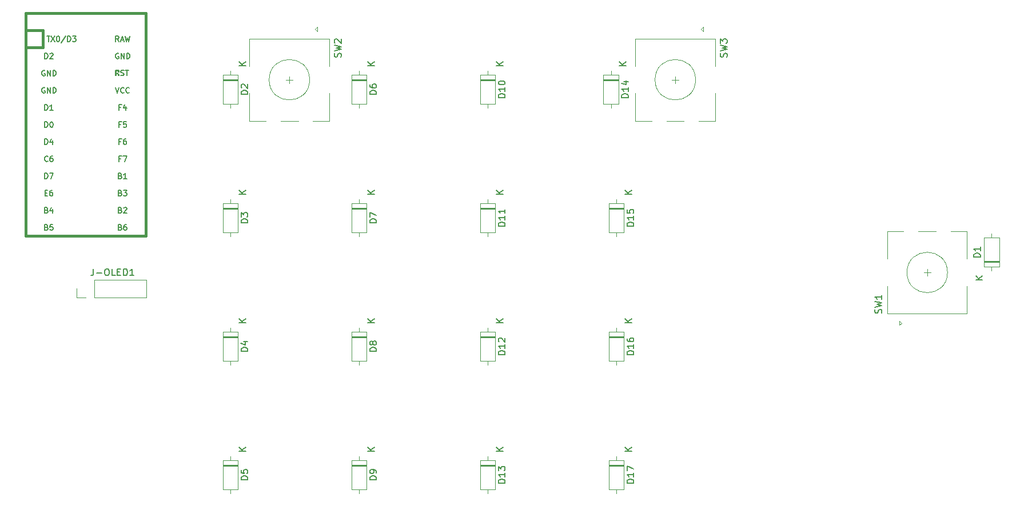
<source format=gto>
%TF.GenerationSoftware,KiCad,Pcbnew,(5.1.9)-1*%
%TF.CreationDate,2021-04-16T17:12:59+08:00*%
%TF.ProjectId,Retrograde Pad 2,52657472-6f67-4726-9164-652050616420,rev?*%
%TF.SameCoordinates,Original*%
%TF.FileFunction,Legend,Top*%
%TF.FilePolarity,Positive*%
%FSLAX46Y46*%
G04 Gerber Fmt 4.6, Leading zero omitted, Abs format (unit mm)*
G04 Created by KiCad (PCBNEW (5.1.9)-1) date 2021-04-16 17:12:59*
%MOMM*%
%LPD*%
G01*
G04 APERTURE LIST*
%ADD10C,0.120000*%
%ADD11C,0.381000*%
%ADD12C,0.150000*%
G04 APERTURE END LIST*
D10*
%TO.C,SW2*%
X65706250Y-30162500D02*
G75*
G03*
X65706250Y-30162500I-3000000J0D01*
G01*
X68606250Y-32162500D02*
X68606250Y-36262500D01*
X56806250Y-36262500D02*
X56806250Y-32162500D01*
X56806250Y-28162500D02*
X56806250Y-24062500D01*
X68606250Y-28162500D02*
X68606250Y-24062500D01*
X68606250Y-24062500D02*
X56806250Y-24062500D01*
X66506250Y-22662500D02*
X66806250Y-22362500D01*
X66806250Y-22362500D02*
X66806250Y-22962500D01*
X66806250Y-22962500D02*
X66506250Y-22662500D01*
X68606250Y-36262500D02*
X66206250Y-36262500D01*
X64006250Y-36262500D02*
X61406250Y-36262500D01*
X59206250Y-36262500D02*
X56806250Y-36262500D01*
X63206250Y-30162500D02*
X62206250Y-30162500D01*
X62706250Y-29662500D02*
X62706250Y-30662500D01*
%TO.C,SW3*%
X119855750Y-29662500D02*
X119855750Y-30662500D01*
X120355750Y-30162500D02*
X119355750Y-30162500D01*
X116355750Y-36262500D02*
X113955750Y-36262500D01*
X121155750Y-36262500D02*
X118555750Y-36262500D01*
X125755750Y-36262500D02*
X123355750Y-36262500D01*
X123955750Y-22962500D02*
X123655750Y-22662500D01*
X123955750Y-22362500D02*
X123955750Y-22962500D01*
X123655750Y-22662500D02*
X123955750Y-22362500D01*
X125755750Y-24062500D02*
X113955750Y-24062500D01*
X125755750Y-28162500D02*
X125755750Y-24062500D01*
X113955750Y-28162500D02*
X113955750Y-24062500D01*
X113955750Y-36262500D02*
X113955750Y-32162500D01*
X125755750Y-32162500D02*
X125755750Y-36262500D01*
X122855750Y-30162500D02*
G75*
G03*
X122855750Y-30162500I-3000000J0D01*
G01*
%TO.C,SW1*%
X157162750Y-59237500D02*
X157162750Y-58237500D01*
X156662750Y-58737500D02*
X157662750Y-58737500D01*
X160662750Y-52637500D02*
X163062750Y-52637500D01*
X155862750Y-52637500D02*
X158462750Y-52637500D01*
X151262750Y-52637500D02*
X153662750Y-52637500D01*
X153062750Y-65937500D02*
X153362750Y-66237500D01*
X153062750Y-66537500D02*
X153062750Y-65937500D01*
X153362750Y-66237500D02*
X153062750Y-66537500D01*
X151262750Y-64837500D02*
X163062750Y-64837500D01*
X151262750Y-60737500D02*
X151262750Y-64837500D01*
X163062750Y-60737500D02*
X163062750Y-64837500D01*
X163062750Y-52637500D02*
X163062750Y-56737500D01*
X151262750Y-56737500D02*
X151262750Y-52637500D01*
X160162750Y-58737500D02*
G75*
G03*
X160162750Y-58737500I-3000000J0D01*
G01*
D11*
%TO.C,U1*%
X23653750Y-22860000D02*
X23653750Y-53340000D01*
X23653750Y-53340000D02*
X41433750Y-53340000D01*
X41433750Y-53340000D02*
X41433750Y-22860000D01*
X26193750Y-22860000D02*
X26193750Y-25400000D01*
X26193750Y-25400000D02*
X23653750Y-25400000D01*
D12*
G36*
X37475318Y-28739360D02*
G01*
X37475318Y-29039360D01*
X37375318Y-29039360D01*
X37375318Y-28739360D01*
X37475318Y-28739360D01*
G37*
X37475318Y-28739360D02*
X37475318Y-29039360D01*
X37375318Y-29039360D01*
X37375318Y-28739360D01*
X37475318Y-28739360D01*
G36*
X37275318Y-29139360D02*
G01*
X37275318Y-29239360D01*
X37175318Y-29239360D01*
X37175318Y-29139360D01*
X37275318Y-29139360D01*
G37*
X37275318Y-29139360D02*
X37275318Y-29239360D01*
X37175318Y-29239360D01*
X37175318Y-29139360D01*
X37275318Y-29139360D01*
G36*
X37475318Y-28739360D02*
G01*
X37475318Y-28839360D01*
X36975318Y-28839360D01*
X36975318Y-28739360D01*
X37475318Y-28739360D01*
G37*
X37475318Y-28739360D02*
X37475318Y-28839360D01*
X36975318Y-28839360D01*
X36975318Y-28739360D01*
X37475318Y-28739360D01*
G36*
X37075318Y-28739360D02*
G01*
X37075318Y-29539360D01*
X36975318Y-29539360D01*
X36975318Y-28739360D01*
X37075318Y-28739360D01*
G37*
X37075318Y-28739360D02*
X37075318Y-29539360D01*
X36975318Y-29539360D01*
X36975318Y-28739360D01*
X37075318Y-28739360D01*
G36*
X37475318Y-29339360D02*
G01*
X37475318Y-29539360D01*
X37375318Y-29539360D01*
X37375318Y-29339360D01*
X37475318Y-29339360D01*
G37*
X37475318Y-29339360D02*
X37475318Y-29539360D01*
X37375318Y-29539360D01*
X37375318Y-29339360D01*
X37475318Y-29339360D01*
D11*
X41433750Y-22860000D02*
X41433750Y-20320000D01*
X41433750Y-20320000D02*
X23653750Y-20320000D01*
X23653750Y-20320000D02*
X23653750Y-22860000D01*
X26193750Y-22860000D02*
X23653750Y-22860000D01*
D10*
%TO.C,J-OLED1*%
X41493750Y-62448800D02*
X41493750Y-59788800D01*
X33813750Y-62448800D02*
X41493750Y-62448800D01*
X33813750Y-59788800D02*
X41493750Y-59788800D01*
X33813750Y-62448800D02*
X33813750Y-59788800D01*
X32543750Y-62448800D02*
X31213750Y-62448800D01*
X31213750Y-62448800D02*
X31213750Y-61118800D01*
%TO.C,D1*%
X165567750Y-57241200D02*
X167807750Y-57241200D01*
X165567750Y-57001200D02*
X167807750Y-57001200D01*
X165567750Y-57121200D02*
X167807750Y-57121200D01*
X166687750Y-52951200D02*
X166687750Y-53601200D01*
X166687750Y-58491200D02*
X166687750Y-57841200D01*
X165567750Y-53601200D02*
X165567750Y-57841200D01*
X167807750Y-53601200D02*
X165567750Y-53601200D01*
X167807750Y-57841200D02*
X167807750Y-53601200D01*
X165567750Y-57841200D02*
X167807750Y-57841200D01*
%TO.C,D2*%
X55094950Y-29471200D02*
X52854950Y-29471200D01*
X52854950Y-29471200D02*
X52854950Y-33711200D01*
X52854950Y-33711200D02*
X55094950Y-33711200D01*
X55094950Y-33711200D02*
X55094950Y-29471200D01*
X53974950Y-28821200D02*
X53974950Y-29471200D01*
X53974950Y-34361200D02*
X53974950Y-33711200D01*
X55094950Y-30191200D02*
X52854950Y-30191200D01*
X55094950Y-30311200D02*
X52854950Y-30311200D01*
X55094950Y-30071200D02*
X52854950Y-30071200D01*
%TO.C,D3*%
X55094950Y-48521200D02*
X52854950Y-48521200D01*
X52854950Y-48521200D02*
X52854950Y-52761200D01*
X52854950Y-52761200D02*
X55094950Y-52761200D01*
X55094950Y-52761200D02*
X55094950Y-48521200D01*
X53974950Y-47871200D02*
X53974950Y-48521200D01*
X53974950Y-53411200D02*
X53974950Y-52761200D01*
X55094950Y-49241200D02*
X52854950Y-49241200D01*
X55094950Y-49361200D02*
X52854950Y-49361200D01*
X55094950Y-49121200D02*
X52854950Y-49121200D01*
%TO.C,D4*%
X55094950Y-68171200D02*
X52854950Y-68171200D01*
X55094950Y-68411200D02*
X52854950Y-68411200D01*
X55094950Y-68291200D02*
X52854950Y-68291200D01*
X53974950Y-72461200D02*
X53974950Y-71811200D01*
X53974950Y-66921200D02*
X53974950Y-67571200D01*
X55094950Y-71811200D02*
X55094950Y-67571200D01*
X52854950Y-71811200D02*
X55094950Y-71811200D01*
X52854950Y-67571200D02*
X52854950Y-71811200D01*
X55094950Y-67571200D02*
X52854950Y-67571200D01*
%TO.C,D5*%
X55094950Y-87221000D02*
X52854950Y-87221000D01*
X55094950Y-87461000D02*
X52854950Y-87461000D01*
X55094950Y-87341000D02*
X52854950Y-87341000D01*
X53974950Y-91511000D02*
X53974950Y-90861000D01*
X53974950Y-85971000D02*
X53974950Y-86621000D01*
X55094950Y-90861000D02*
X55094950Y-86621000D01*
X52854950Y-90861000D02*
X55094950Y-90861000D01*
X52854950Y-86621000D02*
X52854950Y-90861000D01*
X55094950Y-86621000D02*
X52854950Y-86621000D01*
%TO.C,D6*%
X74144750Y-30071200D02*
X71904750Y-30071200D01*
X74144750Y-30311200D02*
X71904750Y-30311200D01*
X74144750Y-30191200D02*
X71904750Y-30191200D01*
X73024750Y-34361200D02*
X73024750Y-33711200D01*
X73024750Y-28821200D02*
X73024750Y-29471200D01*
X74144750Y-33711200D02*
X74144750Y-29471200D01*
X71904750Y-33711200D02*
X74144750Y-33711200D01*
X71904750Y-29471200D02*
X71904750Y-33711200D01*
X74144750Y-29471200D02*
X71904750Y-29471200D01*
%TO.C,D7*%
X74144750Y-49121200D02*
X71904750Y-49121200D01*
X74144750Y-49361200D02*
X71904750Y-49361200D01*
X74144750Y-49241200D02*
X71904750Y-49241200D01*
X73024750Y-53411200D02*
X73024750Y-52761200D01*
X73024750Y-47871200D02*
X73024750Y-48521200D01*
X74144750Y-52761200D02*
X74144750Y-48521200D01*
X71904750Y-52761200D02*
X74144750Y-52761200D01*
X71904750Y-48521200D02*
X71904750Y-52761200D01*
X74144750Y-48521200D02*
X71904750Y-48521200D01*
%TO.C,D8*%
X74144750Y-67571200D02*
X71904750Y-67571200D01*
X71904750Y-67571200D02*
X71904750Y-71811200D01*
X71904750Y-71811200D02*
X74144750Y-71811200D01*
X74144750Y-71811200D02*
X74144750Y-67571200D01*
X73024750Y-66921200D02*
X73024750Y-67571200D01*
X73024750Y-72461200D02*
X73024750Y-71811200D01*
X74144750Y-68291200D02*
X71904750Y-68291200D01*
X74144750Y-68411200D02*
X71904750Y-68411200D01*
X74144750Y-68171200D02*
X71904750Y-68171200D01*
%TO.C,D9*%
X74144750Y-86621000D02*
X71904750Y-86621000D01*
X71904750Y-86621000D02*
X71904750Y-90861000D01*
X71904750Y-90861000D02*
X74144750Y-90861000D01*
X74144750Y-90861000D02*
X74144750Y-86621000D01*
X73024750Y-85971000D02*
X73024750Y-86621000D01*
X73024750Y-91511000D02*
X73024750Y-90861000D01*
X74144750Y-87341000D02*
X71904750Y-87341000D01*
X74144750Y-87461000D02*
X71904750Y-87461000D01*
X74144750Y-87221000D02*
X71904750Y-87221000D01*
%TO.C,D10*%
X93194750Y-29471200D02*
X90954750Y-29471200D01*
X90954750Y-29471200D02*
X90954750Y-33711200D01*
X90954750Y-33711200D02*
X93194750Y-33711200D01*
X93194750Y-33711200D02*
X93194750Y-29471200D01*
X92074750Y-28821200D02*
X92074750Y-29471200D01*
X92074750Y-34361200D02*
X92074750Y-33711200D01*
X93194750Y-30191200D02*
X90954750Y-30191200D01*
X93194750Y-30311200D02*
X90954750Y-30311200D01*
X93194750Y-30071200D02*
X90954750Y-30071200D01*
%TO.C,D11*%
X93194750Y-48521200D02*
X90954750Y-48521200D01*
X90954750Y-48521200D02*
X90954750Y-52761200D01*
X90954750Y-52761200D02*
X93194750Y-52761200D01*
X93194750Y-52761200D02*
X93194750Y-48521200D01*
X92074750Y-47871200D02*
X92074750Y-48521200D01*
X92074750Y-53411200D02*
X92074750Y-52761200D01*
X93194750Y-49241200D02*
X90954750Y-49241200D01*
X93194750Y-49361200D02*
X90954750Y-49361200D01*
X93194750Y-49121200D02*
X90954750Y-49121200D01*
%TO.C,D12*%
X93194750Y-68171200D02*
X90954750Y-68171200D01*
X93194750Y-68411200D02*
X90954750Y-68411200D01*
X93194750Y-68291200D02*
X90954750Y-68291200D01*
X92074750Y-72461200D02*
X92074750Y-71811200D01*
X92074750Y-66921200D02*
X92074750Y-67571200D01*
X93194750Y-71811200D02*
X93194750Y-67571200D01*
X90954750Y-71811200D02*
X93194750Y-71811200D01*
X90954750Y-67571200D02*
X90954750Y-71811200D01*
X93194750Y-67571200D02*
X90954750Y-67571200D01*
%TO.C,D13*%
X93194750Y-87221000D02*
X90954750Y-87221000D01*
X93194750Y-87461000D02*
X90954750Y-87461000D01*
X93194750Y-87341000D02*
X90954750Y-87341000D01*
X92074750Y-91511000D02*
X92074750Y-90861000D01*
X92074750Y-85971000D02*
X92074750Y-86621000D01*
X93194750Y-90861000D02*
X93194750Y-86621000D01*
X90954750Y-90861000D02*
X93194750Y-90861000D01*
X90954750Y-86621000D02*
X90954750Y-90861000D01*
X93194750Y-86621000D02*
X90954750Y-86621000D01*
%TO.C,D14*%
X111451750Y-30071200D02*
X109211750Y-30071200D01*
X111451750Y-30311200D02*
X109211750Y-30311200D01*
X111451750Y-30191200D02*
X109211750Y-30191200D01*
X110331750Y-34361200D02*
X110331750Y-33711200D01*
X110331750Y-28821200D02*
X110331750Y-29471200D01*
X111451750Y-33711200D02*
X111451750Y-29471200D01*
X109211750Y-33711200D02*
X111451750Y-33711200D01*
X109211750Y-29471200D02*
X109211750Y-33711200D01*
X111451750Y-29471200D02*
X109211750Y-29471200D01*
%TO.C,D15*%
X112244750Y-48521200D02*
X110004750Y-48521200D01*
X110004750Y-48521200D02*
X110004750Y-52761200D01*
X110004750Y-52761200D02*
X112244750Y-52761200D01*
X112244750Y-52761200D02*
X112244750Y-48521200D01*
X111124750Y-47871200D02*
X111124750Y-48521200D01*
X111124750Y-53411200D02*
X111124750Y-52761200D01*
X112244750Y-49241200D02*
X110004750Y-49241200D01*
X112244750Y-49361200D02*
X110004750Y-49361200D01*
X112244750Y-49121200D02*
X110004750Y-49121200D01*
%TO.C,D16*%
X112244750Y-68171200D02*
X110004750Y-68171200D01*
X112244750Y-68411200D02*
X110004750Y-68411200D01*
X112244750Y-68291200D02*
X110004750Y-68291200D01*
X111124750Y-72461200D02*
X111124750Y-71811200D01*
X111124750Y-66921200D02*
X111124750Y-67571200D01*
X112244750Y-71811200D02*
X112244750Y-67571200D01*
X110004750Y-71811200D02*
X112244750Y-71811200D01*
X110004750Y-67571200D02*
X110004750Y-71811200D01*
X112244750Y-67571200D02*
X110004750Y-67571200D01*
%TO.C,D17*%
X112244750Y-86621000D02*
X110004750Y-86621000D01*
X110004750Y-86621000D02*
X110004750Y-90861000D01*
X110004750Y-90861000D02*
X112244750Y-90861000D01*
X112244750Y-90861000D02*
X112244750Y-86621000D01*
X111124750Y-85971000D02*
X111124750Y-86621000D01*
X111124750Y-91511000D02*
X111124750Y-90861000D01*
X112244750Y-87341000D02*
X110004750Y-87341000D01*
X112244750Y-87461000D02*
X110004750Y-87461000D01*
X112244750Y-87221000D02*
X110004750Y-87221000D01*
%TO.C,SW2*%
D12*
X70311011Y-26795833D02*
X70358630Y-26652976D01*
X70358630Y-26414880D01*
X70311011Y-26319642D01*
X70263392Y-26272023D01*
X70168154Y-26224404D01*
X70072916Y-26224404D01*
X69977678Y-26272023D01*
X69930059Y-26319642D01*
X69882440Y-26414880D01*
X69834821Y-26605357D01*
X69787202Y-26700595D01*
X69739583Y-26748214D01*
X69644345Y-26795833D01*
X69549107Y-26795833D01*
X69453869Y-26748214D01*
X69406250Y-26700595D01*
X69358630Y-26605357D01*
X69358630Y-26367261D01*
X69406250Y-26224404D01*
X69358630Y-25891071D02*
X70358630Y-25652976D01*
X69644345Y-25462500D01*
X70358630Y-25272023D01*
X69358630Y-25033928D01*
X69453869Y-24700595D02*
X69406250Y-24652976D01*
X69358630Y-24557738D01*
X69358630Y-24319642D01*
X69406250Y-24224404D01*
X69453869Y-24176785D01*
X69549107Y-24129166D01*
X69644345Y-24129166D01*
X69787202Y-24176785D01*
X70358630Y-24748214D01*
X70358630Y-24129166D01*
%TO.C,SW3*%
X127460511Y-26795833D02*
X127508130Y-26652976D01*
X127508130Y-26414880D01*
X127460511Y-26319642D01*
X127412892Y-26272023D01*
X127317654Y-26224404D01*
X127222416Y-26224404D01*
X127127178Y-26272023D01*
X127079559Y-26319642D01*
X127031940Y-26414880D01*
X126984321Y-26605357D01*
X126936702Y-26700595D01*
X126889083Y-26748214D01*
X126793845Y-26795833D01*
X126698607Y-26795833D01*
X126603369Y-26748214D01*
X126555750Y-26700595D01*
X126508130Y-26605357D01*
X126508130Y-26367261D01*
X126555750Y-26224404D01*
X126508130Y-25891071D02*
X127508130Y-25652976D01*
X126793845Y-25462500D01*
X127508130Y-25272023D01*
X126508130Y-25033928D01*
X126508130Y-24748214D02*
X126508130Y-24129166D01*
X126889083Y-24462500D01*
X126889083Y-24319642D01*
X126936702Y-24224404D01*
X126984321Y-24176785D01*
X127079559Y-24129166D01*
X127317654Y-24129166D01*
X127412892Y-24176785D01*
X127460511Y-24224404D01*
X127508130Y-24319642D01*
X127508130Y-24605357D01*
X127460511Y-24700595D01*
X127412892Y-24748214D01*
%TO.C,SW1*%
X150367511Y-64770833D02*
X150415130Y-64627976D01*
X150415130Y-64389880D01*
X150367511Y-64294642D01*
X150319892Y-64247023D01*
X150224654Y-64199404D01*
X150129416Y-64199404D01*
X150034178Y-64247023D01*
X149986559Y-64294642D01*
X149938940Y-64389880D01*
X149891321Y-64580357D01*
X149843702Y-64675595D01*
X149796083Y-64723214D01*
X149700845Y-64770833D01*
X149605607Y-64770833D01*
X149510369Y-64723214D01*
X149462750Y-64675595D01*
X149415130Y-64580357D01*
X149415130Y-64342261D01*
X149462750Y-64199404D01*
X149415130Y-63866071D02*
X150415130Y-63627976D01*
X149700845Y-63437500D01*
X150415130Y-63247023D01*
X149415130Y-63008928D01*
X150415130Y-62104166D02*
X150415130Y-62675595D01*
X150415130Y-62389880D02*
X149415130Y-62389880D01*
X149557988Y-62485119D01*
X149653226Y-62580357D01*
X149700845Y-62675595D01*
%TO.C,U1*%
X37680940Y-49472857D02*
X37795226Y-49510952D01*
X37833321Y-49549047D01*
X37871416Y-49625238D01*
X37871416Y-49739523D01*
X37833321Y-49815714D01*
X37795226Y-49853809D01*
X37719035Y-49891904D01*
X37414273Y-49891904D01*
X37414273Y-49091904D01*
X37680940Y-49091904D01*
X37757130Y-49130000D01*
X37795226Y-49168095D01*
X37833321Y-49244285D01*
X37833321Y-49320476D01*
X37795226Y-49396666D01*
X37757130Y-49434761D01*
X37680940Y-49472857D01*
X37414273Y-49472857D01*
X38176178Y-49168095D02*
X38214273Y-49130000D01*
X38290464Y-49091904D01*
X38480940Y-49091904D01*
X38557130Y-49130000D01*
X38595226Y-49168095D01*
X38633321Y-49244285D01*
X38633321Y-49320476D01*
X38595226Y-49434761D01*
X38138083Y-49891904D01*
X38633321Y-49891904D01*
X37738083Y-41852857D02*
X37471416Y-41852857D01*
X37471416Y-42271904D02*
X37471416Y-41471904D01*
X37852369Y-41471904D01*
X38080940Y-41471904D02*
X38614273Y-41471904D01*
X38271416Y-42271904D01*
X37738083Y-39312857D02*
X37471416Y-39312857D01*
X37471416Y-39731904D02*
X37471416Y-38931904D01*
X37852369Y-38931904D01*
X38499988Y-38931904D02*
X38347607Y-38931904D01*
X38271416Y-38970000D01*
X38233321Y-39008095D01*
X38157130Y-39122380D01*
X38119035Y-39274761D01*
X38119035Y-39579523D01*
X38157130Y-39655714D01*
X38195226Y-39693809D01*
X38271416Y-39731904D01*
X38423797Y-39731904D01*
X38499988Y-39693809D01*
X38538083Y-39655714D01*
X38576178Y-39579523D01*
X38576178Y-39389047D01*
X38538083Y-39312857D01*
X38499988Y-39274761D01*
X38423797Y-39236666D01*
X38271416Y-39236666D01*
X38195226Y-39274761D01*
X38157130Y-39312857D01*
X38119035Y-39389047D01*
X37738083Y-36772857D02*
X37471416Y-36772857D01*
X37471416Y-37191904D02*
X37471416Y-36391904D01*
X37852369Y-36391904D01*
X38538083Y-36391904D02*
X38157130Y-36391904D01*
X38119035Y-36772857D01*
X38157130Y-36734761D01*
X38233321Y-36696666D01*
X38423797Y-36696666D01*
X38499988Y-36734761D01*
X38538083Y-36772857D01*
X38576178Y-36849047D01*
X38576178Y-37039523D01*
X38538083Y-37115714D01*
X38499988Y-37153809D01*
X38423797Y-37191904D01*
X38233321Y-37191904D01*
X38157130Y-37153809D01*
X38119035Y-37115714D01*
X37452369Y-24491904D02*
X37185702Y-24110952D01*
X36995226Y-24491904D02*
X36995226Y-23691904D01*
X37299988Y-23691904D01*
X37376178Y-23730000D01*
X37414273Y-23768095D01*
X37452369Y-23844285D01*
X37452369Y-23958571D01*
X37414273Y-24034761D01*
X37376178Y-24072857D01*
X37299988Y-24110952D01*
X36995226Y-24110952D01*
X37757130Y-24263333D02*
X38138083Y-24263333D01*
X37680940Y-24491904D02*
X37947607Y-23691904D01*
X38214273Y-24491904D01*
X38404750Y-23691904D02*
X38595226Y-24491904D01*
X38747607Y-23920476D01*
X38899988Y-24491904D01*
X39090464Y-23691904D01*
X37395226Y-26270000D02*
X37319035Y-26231904D01*
X37204750Y-26231904D01*
X37090464Y-26270000D01*
X37014273Y-26346190D01*
X36976178Y-26422380D01*
X36938083Y-26574761D01*
X36938083Y-26689047D01*
X36976178Y-26841428D01*
X37014273Y-26917619D01*
X37090464Y-26993809D01*
X37204750Y-27031904D01*
X37280940Y-27031904D01*
X37395226Y-26993809D01*
X37433321Y-26955714D01*
X37433321Y-26689047D01*
X37280940Y-26689047D01*
X37776178Y-27031904D02*
X37776178Y-26231904D01*
X38233321Y-27031904D01*
X38233321Y-26231904D01*
X38614273Y-27031904D02*
X38614273Y-26231904D01*
X38804750Y-26231904D01*
X38919035Y-26270000D01*
X38995226Y-26346190D01*
X39033321Y-26422380D01*
X39071416Y-26574761D01*
X39071416Y-26689047D01*
X39033321Y-26841428D01*
X38995226Y-26917619D01*
X38919035Y-26993809D01*
X38804750Y-27031904D01*
X38614273Y-27031904D01*
X37743536Y-29503809D02*
X37857822Y-29541904D01*
X38048298Y-29541904D01*
X38124489Y-29503809D01*
X38162584Y-29465714D01*
X38200679Y-29389523D01*
X38200679Y-29313333D01*
X38162584Y-29237142D01*
X38124489Y-29199047D01*
X38048298Y-29160952D01*
X37895917Y-29122857D01*
X37819727Y-29084761D01*
X37781631Y-29046666D01*
X37743536Y-28970476D01*
X37743536Y-28894285D01*
X37781631Y-28818095D01*
X37819727Y-28780000D01*
X37895917Y-28741904D01*
X38086393Y-28741904D01*
X38200679Y-28780000D01*
X38429250Y-28741904D02*
X38886393Y-28741904D01*
X38657822Y-29541904D02*
X38657822Y-28741904D01*
X36938083Y-31311904D02*
X37204750Y-32111904D01*
X37471416Y-31311904D01*
X38195226Y-32035714D02*
X38157130Y-32073809D01*
X38042845Y-32111904D01*
X37966654Y-32111904D01*
X37852369Y-32073809D01*
X37776178Y-31997619D01*
X37738083Y-31921428D01*
X37699988Y-31769047D01*
X37699988Y-31654761D01*
X37738083Y-31502380D01*
X37776178Y-31426190D01*
X37852369Y-31350000D01*
X37966654Y-31311904D01*
X38042845Y-31311904D01*
X38157130Y-31350000D01*
X38195226Y-31388095D01*
X38995226Y-32035714D02*
X38957130Y-32073809D01*
X38842845Y-32111904D01*
X38766654Y-32111904D01*
X38652369Y-32073809D01*
X38576178Y-31997619D01*
X38538083Y-31921428D01*
X38499988Y-31769047D01*
X38499988Y-31654761D01*
X38538083Y-31502380D01*
X38576178Y-31426190D01*
X38652369Y-31350000D01*
X38766654Y-31311904D01*
X38842845Y-31311904D01*
X38957130Y-31350000D01*
X38995226Y-31388095D01*
X37738083Y-34232857D02*
X37471416Y-34232857D01*
X37471416Y-34651904D02*
X37471416Y-33851904D01*
X37852369Y-33851904D01*
X38499988Y-34118571D02*
X38499988Y-34651904D01*
X38309511Y-33813809D02*
X38119035Y-34385238D01*
X38614273Y-34385238D01*
X37680940Y-44392857D02*
X37795226Y-44430952D01*
X37833321Y-44469047D01*
X37871416Y-44545238D01*
X37871416Y-44659523D01*
X37833321Y-44735714D01*
X37795226Y-44773809D01*
X37719035Y-44811904D01*
X37414273Y-44811904D01*
X37414273Y-44011904D01*
X37680940Y-44011904D01*
X37757130Y-44050000D01*
X37795226Y-44088095D01*
X37833321Y-44164285D01*
X37833321Y-44240476D01*
X37795226Y-44316666D01*
X37757130Y-44354761D01*
X37680940Y-44392857D01*
X37414273Y-44392857D01*
X38633321Y-44811904D02*
X38176178Y-44811904D01*
X38404750Y-44811904D02*
X38404750Y-44011904D01*
X38328559Y-44126190D01*
X38252369Y-44202380D01*
X38176178Y-44240476D01*
X37680940Y-46932857D02*
X37795226Y-46970952D01*
X37833321Y-47009047D01*
X37871416Y-47085238D01*
X37871416Y-47199523D01*
X37833321Y-47275714D01*
X37795226Y-47313809D01*
X37719035Y-47351904D01*
X37414273Y-47351904D01*
X37414273Y-46551904D01*
X37680940Y-46551904D01*
X37757130Y-46590000D01*
X37795226Y-46628095D01*
X37833321Y-46704285D01*
X37833321Y-46780476D01*
X37795226Y-46856666D01*
X37757130Y-46894761D01*
X37680940Y-46932857D01*
X37414273Y-46932857D01*
X38138083Y-46551904D02*
X38633321Y-46551904D01*
X38366654Y-46856666D01*
X38480940Y-46856666D01*
X38557130Y-46894761D01*
X38595226Y-46932857D01*
X38633321Y-47009047D01*
X38633321Y-47199523D01*
X38595226Y-47275714D01*
X38557130Y-47313809D01*
X38480940Y-47351904D01*
X38252369Y-47351904D01*
X38176178Y-47313809D01*
X38138083Y-47275714D01*
X37680940Y-52012857D02*
X37795226Y-52050952D01*
X37833321Y-52089047D01*
X37871416Y-52165238D01*
X37871416Y-52279523D01*
X37833321Y-52355714D01*
X37795226Y-52393809D01*
X37719035Y-52431904D01*
X37414273Y-52431904D01*
X37414273Y-51631904D01*
X37680940Y-51631904D01*
X37757130Y-51670000D01*
X37795226Y-51708095D01*
X37833321Y-51784285D01*
X37833321Y-51860476D01*
X37795226Y-51936666D01*
X37757130Y-51974761D01*
X37680940Y-52012857D01*
X37414273Y-52012857D01*
X38557130Y-51631904D02*
X38404750Y-51631904D01*
X38328559Y-51670000D01*
X38290464Y-51708095D01*
X38214273Y-51822380D01*
X38176178Y-51974761D01*
X38176178Y-52279523D01*
X38214273Y-52355714D01*
X38252369Y-52393809D01*
X38328559Y-52431904D01*
X38480940Y-52431904D01*
X38557130Y-52393809D01*
X38595226Y-52355714D01*
X38633321Y-52279523D01*
X38633321Y-52089047D01*
X38595226Y-52012857D01*
X38557130Y-51974761D01*
X38480940Y-51936666D01*
X38328559Y-51936666D01*
X38252369Y-51974761D01*
X38214273Y-52012857D01*
X38176178Y-52089047D01*
X26758940Y-52012857D02*
X26873226Y-52050952D01*
X26911321Y-52089047D01*
X26949416Y-52165238D01*
X26949416Y-52279523D01*
X26911321Y-52355714D01*
X26873226Y-52393809D01*
X26797035Y-52431904D01*
X26492273Y-52431904D01*
X26492273Y-51631904D01*
X26758940Y-51631904D01*
X26835130Y-51670000D01*
X26873226Y-51708095D01*
X26911321Y-51784285D01*
X26911321Y-51860476D01*
X26873226Y-51936666D01*
X26835130Y-51974761D01*
X26758940Y-52012857D01*
X26492273Y-52012857D01*
X27673226Y-51631904D02*
X27292273Y-51631904D01*
X27254178Y-52012857D01*
X27292273Y-51974761D01*
X27368464Y-51936666D01*
X27558940Y-51936666D01*
X27635130Y-51974761D01*
X27673226Y-52012857D01*
X27711321Y-52089047D01*
X27711321Y-52279523D01*
X27673226Y-52355714D01*
X27635130Y-52393809D01*
X27558940Y-52431904D01*
X27368464Y-52431904D01*
X27292273Y-52393809D01*
X27254178Y-52355714D01*
X26758940Y-49472857D02*
X26873226Y-49510952D01*
X26911321Y-49549047D01*
X26949416Y-49625238D01*
X26949416Y-49739523D01*
X26911321Y-49815714D01*
X26873226Y-49853809D01*
X26797035Y-49891904D01*
X26492273Y-49891904D01*
X26492273Y-49091904D01*
X26758940Y-49091904D01*
X26835130Y-49130000D01*
X26873226Y-49168095D01*
X26911321Y-49244285D01*
X26911321Y-49320476D01*
X26873226Y-49396666D01*
X26835130Y-49434761D01*
X26758940Y-49472857D01*
X26492273Y-49472857D01*
X27635130Y-49358571D02*
X27635130Y-49891904D01*
X27444654Y-49053809D02*
X27254178Y-49625238D01*
X27749416Y-49625238D01*
X26530369Y-46932857D02*
X26797035Y-46932857D01*
X26911321Y-47351904D02*
X26530369Y-47351904D01*
X26530369Y-46551904D01*
X26911321Y-46551904D01*
X27597035Y-46551904D02*
X27444654Y-46551904D01*
X27368464Y-46590000D01*
X27330369Y-46628095D01*
X27254178Y-46742380D01*
X27216083Y-46894761D01*
X27216083Y-47199523D01*
X27254178Y-47275714D01*
X27292273Y-47313809D01*
X27368464Y-47351904D01*
X27520845Y-47351904D01*
X27597035Y-47313809D01*
X27635130Y-47275714D01*
X27673226Y-47199523D01*
X27673226Y-47009047D01*
X27635130Y-46932857D01*
X27597035Y-46894761D01*
X27520845Y-46856666D01*
X27368464Y-46856666D01*
X27292273Y-46894761D01*
X27254178Y-46932857D01*
X27216083Y-47009047D01*
X26492273Y-44811904D02*
X26492273Y-44011904D01*
X26682750Y-44011904D01*
X26797035Y-44050000D01*
X26873226Y-44126190D01*
X26911321Y-44202380D01*
X26949416Y-44354761D01*
X26949416Y-44469047D01*
X26911321Y-44621428D01*
X26873226Y-44697619D01*
X26797035Y-44773809D01*
X26682750Y-44811904D01*
X26492273Y-44811904D01*
X27216083Y-44011904D02*
X27749416Y-44011904D01*
X27406559Y-44811904D01*
X26949416Y-42195714D02*
X26911321Y-42233809D01*
X26797035Y-42271904D01*
X26720845Y-42271904D01*
X26606559Y-42233809D01*
X26530369Y-42157619D01*
X26492273Y-42081428D01*
X26454178Y-41929047D01*
X26454178Y-41814761D01*
X26492273Y-41662380D01*
X26530369Y-41586190D01*
X26606559Y-41510000D01*
X26720845Y-41471904D01*
X26797035Y-41471904D01*
X26911321Y-41510000D01*
X26949416Y-41548095D01*
X27635130Y-41471904D02*
X27482750Y-41471904D01*
X27406559Y-41510000D01*
X27368464Y-41548095D01*
X27292273Y-41662380D01*
X27254178Y-41814761D01*
X27254178Y-42119523D01*
X27292273Y-42195714D01*
X27330369Y-42233809D01*
X27406559Y-42271904D01*
X27558940Y-42271904D01*
X27635130Y-42233809D01*
X27673226Y-42195714D01*
X27711321Y-42119523D01*
X27711321Y-41929047D01*
X27673226Y-41852857D01*
X27635130Y-41814761D01*
X27558940Y-41776666D01*
X27406559Y-41776666D01*
X27330369Y-41814761D01*
X27292273Y-41852857D01*
X27254178Y-41929047D01*
X26492273Y-39731904D02*
X26492273Y-38931904D01*
X26682750Y-38931904D01*
X26797035Y-38970000D01*
X26873226Y-39046190D01*
X26911321Y-39122380D01*
X26949416Y-39274761D01*
X26949416Y-39389047D01*
X26911321Y-39541428D01*
X26873226Y-39617619D01*
X26797035Y-39693809D01*
X26682750Y-39731904D01*
X26492273Y-39731904D01*
X27635130Y-39198571D02*
X27635130Y-39731904D01*
X27444654Y-38893809D02*
X27254178Y-39465238D01*
X27749416Y-39465238D01*
X26473226Y-28810000D02*
X26397035Y-28771904D01*
X26282750Y-28771904D01*
X26168464Y-28810000D01*
X26092273Y-28886190D01*
X26054178Y-28962380D01*
X26016083Y-29114761D01*
X26016083Y-29229047D01*
X26054178Y-29381428D01*
X26092273Y-29457619D01*
X26168464Y-29533809D01*
X26282750Y-29571904D01*
X26358940Y-29571904D01*
X26473226Y-29533809D01*
X26511321Y-29495714D01*
X26511321Y-29229047D01*
X26358940Y-29229047D01*
X26854178Y-29571904D02*
X26854178Y-28771904D01*
X27311321Y-29571904D01*
X27311321Y-28771904D01*
X27692273Y-29571904D02*
X27692273Y-28771904D01*
X27882750Y-28771904D01*
X27997035Y-28810000D01*
X28073226Y-28886190D01*
X28111321Y-28962380D01*
X28149416Y-29114761D01*
X28149416Y-29229047D01*
X28111321Y-29381428D01*
X28073226Y-29457619D01*
X27997035Y-29533809D01*
X27882750Y-29571904D01*
X27692273Y-29571904D01*
X26473226Y-31350000D02*
X26397035Y-31311904D01*
X26282750Y-31311904D01*
X26168464Y-31350000D01*
X26092273Y-31426190D01*
X26054178Y-31502380D01*
X26016083Y-31654761D01*
X26016083Y-31769047D01*
X26054178Y-31921428D01*
X26092273Y-31997619D01*
X26168464Y-32073809D01*
X26282750Y-32111904D01*
X26358940Y-32111904D01*
X26473226Y-32073809D01*
X26511321Y-32035714D01*
X26511321Y-31769047D01*
X26358940Y-31769047D01*
X26854178Y-32111904D02*
X26854178Y-31311904D01*
X27311321Y-32111904D01*
X27311321Y-31311904D01*
X27692273Y-32111904D02*
X27692273Y-31311904D01*
X27882750Y-31311904D01*
X27997035Y-31350000D01*
X28073226Y-31426190D01*
X28111321Y-31502380D01*
X28149416Y-31654761D01*
X28149416Y-31769047D01*
X28111321Y-31921428D01*
X28073226Y-31997619D01*
X27997035Y-32073809D01*
X27882750Y-32111904D01*
X27692273Y-32111904D01*
X26492273Y-34651904D02*
X26492273Y-33851904D01*
X26682750Y-33851904D01*
X26797035Y-33890000D01*
X26873226Y-33966190D01*
X26911321Y-34042380D01*
X26949416Y-34194761D01*
X26949416Y-34309047D01*
X26911321Y-34461428D01*
X26873226Y-34537619D01*
X26797035Y-34613809D01*
X26682750Y-34651904D01*
X26492273Y-34651904D01*
X27711321Y-34651904D02*
X27254178Y-34651904D01*
X27482750Y-34651904D02*
X27482750Y-33851904D01*
X27406559Y-33966190D01*
X27330369Y-34042380D01*
X27254178Y-34080476D01*
X26492273Y-37191904D02*
X26492273Y-36391904D01*
X26682750Y-36391904D01*
X26797035Y-36430000D01*
X26873226Y-36506190D01*
X26911321Y-36582380D01*
X26949416Y-36734761D01*
X26949416Y-36849047D01*
X26911321Y-37001428D01*
X26873226Y-37077619D01*
X26797035Y-37153809D01*
X26682750Y-37191904D01*
X26492273Y-37191904D01*
X27444654Y-36391904D02*
X27520845Y-36391904D01*
X27597035Y-36430000D01*
X27635130Y-36468095D01*
X27673226Y-36544285D01*
X27711321Y-36696666D01*
X27711321Y-36887142D01*
X27673226Y-37039523D01*
X27635130Y-37115714D01*
X27597035Y-37153809D01*
X27520845Y-37191904D01*
X27444654Y-37191904D01*
X27368464Y-37153809D01*
X27330369Y-37115714D01*
X27292273Y-37039523D01*
X27254178Y-36887142D01*
X27254178Y-36696666D01*
X27292273Y-36544285D01*
X27330369Y-36468095D01*
X27368464Y-36430000D01*
X27444654Y-36391904D01*
X26492273Y-27031904D02*
X26492273Y-26231904D01*
X26682750Y-26231904D01*
X26797035Y-26270000D01*
X26873226Y-26346190D01*
X26911321Y-26422380D01*
X26949416Y-26574761D01*
X26949416Y-26689047D01*
X26911321Y-26841428D01*
X26873226Y-26917619D01*
X26797035Y-26993809D01*
X26682750Y-27031904D01*
X26492273Y-27031904D01*
X27254178Y-26308095D02*
X27292273Y-26270000D01*
X27368464Y-26231904D01*
X27558940Y-26231904D01*
X27635130Y-26270000D01*
X27673226Y-26308095D01*
X27711321Y-26384285D01*
X27711321Y-26460476D01*
X27673226Y-26574761D01*
X27216083Y-27031904D01*
X27711321Y-27031904D01*
X26781401Y-23691904D02*
X27238544Y-23691904D01*
X27009973Y-24491904D02*
X27009973Y-23691904D01*
X27429020Y-23691904D02*
X27962354Y-24491904D01*
X27962354Y-23691904D02*
X27429020Y-24491904D01*
X28419497Y-23691904D02*
X28495687Y-23691904D01*
X28571878Y-23730000D01*
X28609973Y-23768095D01*
X28648068Y-23844285D01*
X28686163Y-23996666D01*
X28686163Y-24187142D01*
X28648068Y-24339523D01*
X28609973Y-24415714D01*
X28571878Y-24453809D01*
X28495687Y-24491904D01*
X28419497Y-24491904D01*
X28343306Y-24453809D01*
X28305211Y-24415714D01*
X28267116Y-24339523D01*
X28229020Y-24187142D01*
X28229020Y-23996666D01*
X28267116Y-23844285D01*
X28305211Y-23768095D01*
X28343306Y-23730000D01*
X28419497Y-23691904D01*
X29600449Y-23653809D02*
X28914735Y-24682380D01*
X29867116Y-24491904D02*
X29867116Y-23691904D01*
X30057592Y-23691904D01*
X30171878Y-23730000D01*
X30248068Y-23806190D01*
X30286163Y-23882380D01*
X30324258Y-24034761D01*
X30324258Y-24149047D01*
X30286163Y-24301428D01*
X30248068Y-24377619D01*
X30171878Y-24453809D01*
X30057592Y-24491904D01*
X29867116Y-24491904D01*
X30590925Y-23691904D02*
X31086163Y-23691904D01*
X30819497Y-23996666D01*
X30933782Y-23996666D01*
X31009973Y-24034761D01*
X31048068Y-24072857D01*
X31086163Y-24149047D01*
X31086163Y-24339523D01*
X31048068Y-24415714D01*
X31009973Y-24453809D01*
X30933782Y-24491904D01*
X30705211Y-24491904D01*
X30629020Y-24453809D01*
X30590925Y-24415714D01*
%TO.C,J-OLED1*%
X33679166Y-58189930D02*
X33679166Y-58904216D01*
X33631547Y-59047073D01*
X33536309Y-59142311D01*
X33393452Y-59189930D01*
X33298214Y-59189930D01*
X34155357Y-58808978D02*
X34917261Y-58808978D01*
X35583928Y-58189930D02*
X35774404Y-58189930D01*
X35869642Y-58237550D01*
X35964880Y-58332788D01*
X36012500Y-58523264D01*
X36012500Y-58856597D01*
X35964880Y-59047073D01*
X35869642Y-59142311D01*
X35774404Y-59189930D01*
X35583928Y-59189930D01*
X35488690Y-59142311D01*
X35393452Y-59047073D01*
X35345833Y-58856597D01*
X35345833Y-58523264D01*
X35393452Y-58332788D01*
X35488690Y-58237550D01*
X35583928Y-58189930D01*
X36917261Y-59189930D02*
X36441071Y-59189930D01*
X36441071Y-58189930D01*
X37250595Y-58666121D02*
X37583928Y-58666121D01*
X37726785Y-59189930D02*
X37250595Y-59189930D01*
X37250595Y-58189930D01*
X37726785Y-58189930D01*
X38155357Y-59189930D02*
X38155357Y-58189930D01*
X38393452Y-58189930D01*
X38536309Y-58237550D01*
X38631547Y-58332788D01*
X38679166Y-58428026D01*
X38726785Y-58618502D01*
X38726785Y-58761359D01*
X38679166Y-58951835D01*
X38631547Y-59047073D01*
X38536309Y-59142311D01*
X38393452Y-59189930D01*
X38155357Y-59189930D01*
X39679166Y-59189930D02*
X39107738Y-59189930D01*
X39393452Y-59189930D02*
X39393452Y-58189930D01*
X39298214Y-58332788D01*
X39202976Y-58428026D01*
X39107738Y-58475645D01*
%TO.C,D1*%
X165020130Y-56459295D02*
X164020130Y-56459295D01*
X164020130Y-56221200D01*
X164067750Y-56078342D01*
X164162988Y-55983104D01*
X164258226Y-55935485D01*
X164448702Y-55887866D01*
X164591559Y-55887866D01*
X164782035Y-55935485D01*
X164877273Y-55983104D01*
X164972511Y-56078342D01*
X165020130Y-56221200D01*
X165020130Y-56459295D01*
X165020130Y-54935485D02*
X165020130Y-55506914D01*
X165020130Y-55221200D02*
X164020130Y-55221200D01*
X164162988Y-55316438D01*
X164258226Y-55411676D01*
X164305845Y-55506914D01*
X165340130Y-59793104D02*
X164340130Y-59793104D01*
X165340130Y-59221676D02*
X164768702Y-59650247D01*
X164340130Y-59221676D02*
X164911559Y-59793104D01*
%TO.C,D2*%
X56547330Y-32329295D02*
X55547330Y-32329295D01*
X55547330Y-32091200D01*
X55594950Y-31948342D01*
X55690188Y-31853104D01*
X55785426Y-31805485D01*
X55975902Y-31757866D01*
X56118759Y-31757866D01*
X56309235Y-31805485D01*
X56404473Y-31853104D01*
X56499711Y-31948342D01*
X56547330Y-32091200D01*
X56547330Y-32329295D01*
X55642569Y-31376914D02*
X55594950Y-31329295D01*
X55547330Y-31234057D01*
X55547330Y-30995961D01*
X55594950Y-30900723D01*
X55642569Y-30853104D01*
X55737807Y-30805485D01*
X55833045Y-30805485D01*
X55975902Y-30853104D01*
X56547330Y-31424533D01*
X56547330Y-30805485D01*
X56227330Y-28043104D02*
X55227330Y-28043104D01*
X56227330Y-27471676D02*
X55655902Y-27900247D01*
X55227330Y-27471676D02*
X55798759Y-28043104D01*
%TO.C,D3*%
X56547330Y-51379295D02*
X55547330Y-51379295D01*
X55547330Y-51141200D01*
X55594950Y-50998342D01*
X55690188Y-50903104D01*
X55785426Y-50855485D01*
X55975902Y-50807866D01*
X56118759Y-50807866D01*
X56309235Y-50855485D01*
X56404473Y-50903104D01*
X56499711Y-50998342D01*
X56547330Y-51141200D01*
X56547330Y-51379295D01*
X55547330Y-50474533D02*
X55547330Y-49855485D01*
X55928283Y-50188819D01*
X55928283Y-50045961D01*
X55975902Y-49950723D01*
X56023521Y-49903104D01*
X56118759Y-49855485D01*
X56356854Y-49855485D01*
X56452092Y-49903104D01*
X56499711Y-49950723D01*
X56547330Y-50045961D01*
X56547330Y-50331676D01*
X56499711Y-50426914D01*
X56452092Y-50474533D01*
X56227330Y-47093104D02*
X55227330Y-47093104D01*
X56227330Y-46521676D02*
X55655902Y-46950247D01*
X55227330Y-46521676D02*
X55798759Y-47093104D01*
%TO.C,D4*%
X56547330Y-70429295D02*
X55547330Y-70429295D01*
X55547330Y-70191200D01*
X55594950Y-70048342D01*
X55690188Y-69953104D01*
X55785426Y-69905485D01*
X55975902Y-69857866D01*
X56118759Y-69857866D01*
X56309235Y-69905485D01*
X56404473Y-69953104D01*
X56499711Y-70048342D01*
X56547330Y-70191200D01*
X56547330Y-70429295D01*
X55880664Y-69000723D02*
X56547330Y-69000723D01*
X55499711Y-69238819D02*
X56213997Y-69476914D01*
X56213997Y-68857866D01*
X56227330Y-66143104D02*
X55227330Y-66143104D01*
X56227330Y-65571676D02*
X55655902Y-66000247D01*
X55227330Y-65571676D02*
X55798759Y-66143104D01*
%TO.C,D5*%
X56547330Y-89479095D02*
X55547330Y-89479095D01*
X55547330Y-89241000D01*
X55594950Y-89098142D01*
X55690188Y-89002904D01*
X55785426Y-88955285D01*
X55975902Y-88907666D01*
X56118759Y-88907666D01*
X56309235Y-88955285D01*
X56404473Y-89002904D01*
X56499711Y-89098142D01*
X56547330Y-89241000D01*
X56547330Y-89479095D01*
X55547330Y-88002904D02*
X55547330Y-88479095D01*
X56023521Y-88526714D01*
X55975902Y-88479095D01*
X55928283Y-88383857D01*
X55928283Y-88145761D01*
X55975902Y-88050523D01*
X56023521Y-88002904D01*
X56118759Y-87955285D01*
X56356854Y-87955285D01*
X56452092Y-88002904D01*
X56499711Y-88050523D01*
X56547330Y-88145761D01*
X56547330Y-88383857D01*
X56499711Y-88479095D01*
X56452092Y-88526714D01*
X56227330Y-85192904D02*
X55227330Y-85192904D01*
X56227330Y-84621476D02*
X55655902Y-85050047D01*
X55227330Y-84621476D02*
X55798759Y-85192904D01*
%TO.C,D6*%
X75597130Y-32329295D02*
X74597130Y-32329295D01*
X74597130Y-32091200D01*
X74644750Y-31948342D01*
X74739988Y-31853104D01*
X74835226Y-31805485D01*
X75025702Y-31757866D01*
X75168559Y-31757866D01*
X75359035Y-31805485D01*
X75454273Y-31853104D01*
X75549511Y-31948342D01*
X75597130Y-32091200D01*
X75597130Y-32329295D01*
X74597130Y-30900723D02*
X74597130Y-31091200D01*
X74644750Y-31186438D01*
X74692369Y-31234057D01*
X74835226Y-31329295D01*
X75025702Y-31376914D01*
X75406654Y-31376914D01*
X75501892Y-31329295D01*
X75549511Y-31281676D01*
X75597130Y-31186438D01*
X75597130Y-30995961D01*
X75549511Y-30900723D01*
X75501892Y-30853104D01*
X75406654Y-30805485D01*
X75168559Y-30805485D01*
X75073321Y-30853104D01*
X75025702Y-30900723D01*
X74978083Y-30995961D01*
X74978083Y-31186438D01*
X75025702Y-31281676D01*
X75073321Y-31329295D01*
X75168559Y-31376914D01*
X75277130Y-28043104D02*
X74277130Y-28043104D01*
X75277130Y-27471676D02*
X74705702Y-27900247D01*
X74277130Y-27471676D02*
X74848559Y-28043104D01*
%TO.C,D7*%
X75597130Y-51379295D02*
X74597130Y-51379295D01*
X74597130Y-51141200D01*
X74644750Y-50998342D01*
X74739988Y-50903104D01*
X74835226Y-50855485D01*
X75025702Y-50807866D01*
X75168559Y-50807866D01*
X75359035Y-50855485D01*
X75454273Y-50903104D01*
X75549511Y-50998342D01*
X75597130Y-51141200D01*
X75597130Y-51379295D01*
X74597130Y-50474533D02*
X74597130Y-49807866D01*
X75597130Y-50236438D01*
X75277130Y-47093104D02*
X74277130Y-47093104D01*
X75277130Y-46521676D02*
X74705702Y-46950247D01*
X74277130Y-46521676D02*
X74848559Y-47093104D01*
%TO.C,D8*%
X75597130Y-70429295D02*
X74597130Y-70429295D01*
X74597130Y-70191200D01*
X74644750Y-70048342D01*
X74739988Y-69953104D01*
X74835226Y-69905485D01*
X75025702Y-69857866D01*
X75168559Y-69857866D01*
X75359035Y-69905485D01*
X75454273Y-69953104D01*
X75549511Y-70048342D01*
X75597130Y-70191200D01*
X75597130Y-70429295D01*
X75025702Y-69286438D02*
X74978083Y-69381676D01*
X74930464Y-69429295D01*
X74835226Y-69476914D01*
X74787607Y-69476914D01*
X74692369Y-69429295D01*
X74644750Y-69381676D01*
X74597130Y-69286438D01*
X74597130Y-69095961D01*
X74644750Y-69000723D01*
X74692369Y-68953104D01*
X74787607Y-68905485D01*
X74835226Y-68905485D01*
X74930464Y-68953104D01*
X74978083Y-69000723D01*
X75025702Y-69095961D01*
X75025702Y-69286438D01*
X75073321Y-69381676D01*
X75120940Y-69429295D01*
X75216178Y-69476914D01*
X75406654Y-69476914D01*
X75501892Y-69429295D01*
X75549511Y-69381676D01*
X75597130Y-69286438D01*
X75597130Y-69095961D01*
X75549511Y-69000723D01*
X75501892Y-68953104D01*
X75406654Y-68905485D01*
X75216178Y-68905485D01*
X75120940Y-68953104D01*
X75073321Y-69000723D01*
X75025702Y-69095961D01*
X75277130Y-66143104D02*
X74277130Y-66143104D01*
X75277130Y-65571676D02*
X74705702Y-66000247D01*
X74277130Y-65571676D02*
X74848559Y-66143104D01*
%TO.C,D9*%
X75597130Y-89479095D02*
X74597130Y-89479095D01*
X74597130Y-89241000D01*
X74644750Y-89098142D01*
X74739988Y-89002904D01*
X74835226Y-88955285D01*
X75025702Y-88907666D01*
X75168559Y-88907666D01*
X75359035Y-88955285D01*
X75454273Y-89002904D01*
X75549511Y-89098142D01*
X75597130Y-89241000D01*
X75597130Y-89479095D01*
X75597130Y-88431476D02*
X75597130Y-88241000D01*
X75549511Y-88145761D01*
X75501892Y-88098142D01*
X75359035Y-88002904D01*
X75168559Y-87955285D01*
X74787607Y-87955285D01*
X74692369Y-88002904D01*
X74644750Y-88050523D01*
X74597130Y-88145761D01*
X74597130Y-88336238D01*
X74644750Y-88431476D01*
X74692369Y-88479095D01*
X74787607Y-88526714D01*
X75025702Y-88526714D01*
X75120940Y-88479095D01*
X75168559Y-88431476D01*
X75216178Y-88336238D01*
X75216178Y-88145761D01*
X75168559Y-88050523D01*
X75120940Y-88002904D01*
X75025702Y-87955285D01*
X75277130Y-85192904D02*
X74277130Y-85192904D01*
X75277130Y-84621476D02*
X74705702Y-85050047D01*
X74277130Y-84621476D02*
X74848559Y-85192904D01*
%TO.C,D10*%
X94647130Y-32805485D02*
X93647130Y-32805485D01*
X93647130Y-32567390D01*
X93694750Y-32424533D01*
X93789988Y-32329295D01*
X93885226Y-32281676D01*
X94075702Y-32234057D01*
X94218559Y-32234057D01*
X94409035Y-32281676D01*
X94504273Y-32329295D01*
X94599511Y-32424533D01*
X94647130Y-32567390D01*
X94647130Y-32805485D01*
X94647130Y-31281676D02*
X94647130Y-31853104D01*
X94647130Y-31567390D02*
X93647130Y-31567390D01*
X93789988Y-31662628D01*
X93885226Y-31757866D01*
X93932845Y-31853104D01*
X93647130Y-30662628D02*
X93647130Y-30567390D01*
X93694750Y-30472152D01*
X93742369Y-30424533D01*
X93837607Y-30376914D01*
X94028083Y-30329295D01*
X94266178Y-30329295D01*
X94456654Y-30376914D01*
X94551892Y-30424533D01*
X94599511Y-30472152D01*
X94647130Y-30567390D01*
X94647130Y-30662628D01*
X94599511Y-30757866D01*
X94551892Y-30805485D01*
X94456654Y-30853104D01*
X94266178Y-30900723D01*
X94028083Y-30900723D01*
X93837607Y-30853104D01*
X93742369Y-30805485D01*
X93694750Y-30757866D01*
X93647130Y-30662628D01*
X94327130Y-28043104D02*
X93327130Y-28043104D01*
X94327130Y-27471676D02*
X93755702Y-27900247D01*
X93327130Y-27471676D02*
X93898559Y-28043104D01*
%TO.C,D11*%
X94647130Y-51855485D02*
X93647130Y-51855485D01*
X93647130Y-51617390D01*
X93694750Y-51474533D01*
X93789988Y-51379295D01*
X93885226Y-51331676D01*
X94075702Y-51284057D01*
X94218559Y-51284057D01*
X94409035Y-51331676D01*
X94504273Y-51379295D01*
X94599511Y-51474533D01*
X94647130Y-51617390D01*
X94647130Y-51855485D01*
X94647130Y-50331676D02*
X94647130Y-50903104D01*
X94647130Y-50617390D02*
X93647130Y-50617390D01*
X93789988Y-50712628D01*
X93885226Y-50807866D01*
X93932845Y-50903104D01*
X94647130Y-49379295D02*
X94647130Y-49950723D01*
X94647130Y-49665009D02*
X93647130Y-49665009D01*
X93789988Y-49760247D01*
X93885226Y-49855485D01*
X93932845Y-49950723D01*
X94327130Y-47093104D02*
X93327130Y-47093104D01*
X94327130Y-46521676D02*
X93755702Y-46950247D01*
X93327130Y-46521676D02*
X93898559Y-47093104D01*
%TO.C,D12*%
X94647130Y-70905485D02*
X93647130Y-70905485D01*
X93647130Y-70667390D01*
X93694750Y-70524533D01*
X93789988Y-70429295D01*
X93885226Y-70381676D01*
X94075702Y-70334057D01*
X94218559Y-70334057D01*
X94409035Y-70381676D01*
X94504273Y-70429295D01*
X94599511Y-70524533D01*
X94647130Y-70667390D01*
X94647130Y-70905485D01*
X94647130Y-69381676D02*
X94647130Y-69953104D01*
X94647130Y-69667390D02*
X93647130Y-69667390D01*
X93789988Y-69762628D01*
X93885226Y-69857866D01*
X93932845Y-69953104D01*
X93742369Y-69000723D02*
X93694750Y-68953104D01*
X93647130Y-68857866D01*
X93647130Y-68619771D01*
X93694750Y-68524533D01*
X93742369Y-68476914D01*
X93837607Y-68429295D01*
X93932845Y-68429295D01*
X94075702Y-68476914D01*
X94647130Y-69048342D01*
X94647130Y-68429295D01*
X94327130Y-66143104D02*
X93327130Y-66143104D01*
X94327130Y-65571676D02*
X93755702Y-66000247D01*
X93327130Y-65571676D02*
X93898559Y-66143104D01*
%TO.C,D13*%
X94647130Y-89955285D02*
X93647130Y-89955285D01*
X93647130Y-89717190D01*
X93694750Y-89574333D01*
X93789988Y-89479095D01*
X93885226Y-89431476D01*
X94075702Y-89383857D01*
X94218559Y-89383857D01*
X94409035Y-89431476D01*
X94504273Y-89479095D01*
X94599511Y-89574333D01*
X94647130Y-89717190D01*
X94647130Y-89955285D01*
X94647130Y-88431476D02*
X94647130Y-89002904D01*
X94647130Y-88717190D02*
X93647130Y-88717190D01*
X93789988Y-88812428D01*
X93885226Y-88907666D01*
X93932845Y-89002904D01*
X93647130Y-88098142D02*
X93647130Y-87479095D01*
X94028083Y-87812428D01*
X94028083Y-87669571D01*
X94075702Y-87574333D01*
X94123321Y-87526714D01*
X94218559Y-87479095D01*
X94456654Y-87479095D01*
X94551892Y-87526714D01*
X94599511Y-87574333D01*
X94647130Y-87669571D01*
X94647130Y-87955285D01*
X94599511Y-88050523D01*
X94551892Y-88098142D01*
X94327130Y-85192904D02*
X93327130Y-85192904D01*
X94327130Y-84621476D02*
X93755702Y-85050047D01*
X93327130Y-84621476D02*
X93898559Y-85192904D01*
%TO.C,D14*%
X112904130Y-32805485D02*
X111904130Y-32805485D01*
X111904130Y-32567390D01*
X111951750Y-32424533D01*
X112046988Y-32329295D01*
X112142226Y-32281676D01*
X112332702Y-32234057D01*
X112475559Y-32234057D01*
X112666035Y-32281676D01*
X112761273Y-32329295D01*
X112856511Y-32424533D01*
X112904130Y-32567390D01*
X112904130Y-32805485D01*
X112904130Y-31281676D02*
X112904130Y-31853104D01*
X112904130Y-31567390D02*
X111904130Y-31567390D01*
X112046988Y-31662628D01*
X112142226Y-31757866D01*
X112189845Y-31853104D01*
X112237464Y-30424533D02*
X112904130Y-30424533D01*
X111856511Y-30662628D02*
X112570797Y-30900723D01*
X112570797Y-30281676D01*
X112584130Y-28043104D02*
X111584130Y-28043104D01*
X112584130Y-27471676D02*
X112012702Y-27900247D01*
X111584130Y-27471676D02*
X112155559Y-28043104D01*
%TO.C,D15*%
X113697130Y-51855485D02*
X112697130Y-51855485D01*
X112697130Y-51617390D01*
X112744750Y-51474533D01*
X112839988Y-51379295D01*
X112935226Y-51331676D01*
X113125702Y-51284057D01*
X113268559Y-51284057D01*
X113459035Y-51331676D01*
X113554273Y-51379295D01*
X113649511Y-51474533D01*
X113697130Y-51617390D01*
X113697130Y-51855485D01*
X113697130Y-50331676D02*
X113697130Y-50903104D01*
X113697130Y-50617390D02*
X112697130Y-50617390D01*
X112839988Y-50712628D01*
X112935226Y-50807866D01*
X112982845Y-50903104D01*
X112697130Y-49426914D02*
X112697130Y-49903104D01*
X113173321Y-49950723D01*
X113125702Y-49903104D01*
X113078083Y-49807866D01*
X113078083Y-49569771D01*
X113125702Y-49474533D01*
X113173321Y-49426914D01*
X113268559Y-49379295D01*
X113506654Y-49379295D01*
X113601892Y-49426914D01*
X113649511Y-49474533D01*
X113697130Y-49569771D01*
X113697130Y-49807866D01*
X113649511Y-49903104D01*
X113601892Y-49950723D01*
X113377130Y-47093104D02*
X112377130Y-47093104D01*
X113377130Y-46521676D02*
X112805702Y-46950247D01*
X112377130Y-46521676D02*
X112948559Y-47093104D01*
%TO.C,D16*%
X113697130Y-70905485D02*
X112697130Y-70905485D01*
X112697130Y-70667390D01*
X112744750Y-70524533D01*
X112839988Y-70429295D01*
X112935226Y-70381676D01*
X113125702Y-70334057D01*
X113268559Y-70334057D01*
X113459035Y-70381676D01*
X113554273Y-70429295D01*
X113649511Y-70524533D01*
X113697130Y-70667390D01*
X113697130Y-70905485D01*
X113697130Y-69381676D02*
X113697130Y-69953104D01*
X113697130Y-69667390D02*
X112697130Y-69667390D01*
X112839988Y-69762628D01*
X112935226Y-69857866D01*
X112982845Y-69953104D01*
X112697130Y-68524533D02*
X112697130Y-68715009D01*
X112744750Y-68810247D01*
X112792369Y-68857866D01*
X112935226Y-68953104D01*
X113125702Y-69000723D01*
X113506654Y-69000723D01*
X113601892Y-68953104D01*
X113649511Y-68905485D01*
X113697130Y-68810247D01*
X113697130Y-68619771D01*
X113649511Y-68524533D01*
X113601892Y-68476914D01*
X113506654Y-68429295D01*
X113268559Y-68429295D01*
X113173321Y-68476914D01*
X113125702Y-68524533D01*
X113078083Y-68619771D01*
X113078083Y-68810247D01*
X113125702Y-68905485D01*
X113173321Y-68953104D01*
X113268559Y-69000723D01*
X113377130Y-66143104D02*
X112377130Y-66143104D01*
X113377130Y-65571676D02*
X112805702Y-66000247D01*
X112377130Y-65571676D02*
X112948559Y-66143104D01*
%TO.C,D17*%
X113697130Y-89955285D02*
X112697130Y-89955285D01*
X112697130Y-89717190D01*
X112744750Y-89574333D01*
X112839988Y-89479095D01*
X112935226Y-89431476D01*
X113125702Y-89383857D01*
X113268559Y-89383857D01*
X113459035Y-89431476D01*
X113554273Y-89479095D01*
X113649511Y-89574333D01*
X113697130Y-89717190D01*
X113697130Y-89955285D01*
X113697130Y-88431476D02*
X113697130Y-89002904D01*
X113697130Y-88717190D02*
X112697130Y-88717190D01*
X112839988Y-88812428D01*
X112935226Y-88907666D01*
X112982845Y-89002904D01*
X112697130Y-88098142D02*
X112697130Y-87431476D01*
X113697130Y-87860047D01*
X113377130Y-85192904D02*
X112377130Y-85192904D01*
X113377130Y-84621476D02*
X112805702Y-85050047D01*
X112377130Y-84621476D02*
X112948559Y-85192904D01*
%TD*%
M02*

</source>
